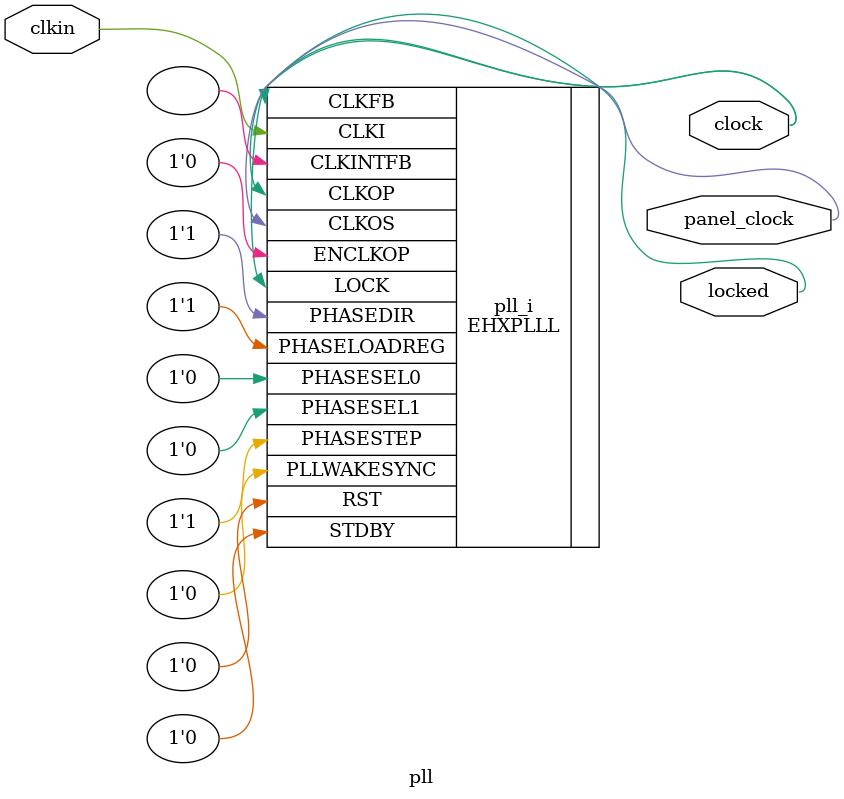
<source format=v>
module pll
(
    input clkin, // 25 MHz, 0 deg
    output clock, // 125 MHz, 0 deg
    output panel_clock, // 23.1481 MHz, 0 deg
    output locked
);
(* FREQUENCY_PIN_CLKI="25" *)
(* FREQUENCY_PIN_CLKOP="125" *)
(* FREQUENCY_PIN_CLKOS="23.1481" *)
(* ICP_CURRENT="12" *) (* LPF_RESISTOR="8" *) (* MFG_ENABLE_FILTEROPAMP="1" *) (* MFG_GMCREF_SEL="2" *)
EHXPLLL #(
        .PLLRST_ENA("DISABLED"),
        .INTFB_WAKE("DISABLED"),
        .STDBY_ENABLE("DISABLED"),
        .DPHASE_SOURCE("DISABLED"),
        .OUTDIVIDER_MUXA("DIVA"),
        .OUTDIVIDER_MUXB("DIVB"),
        .OUTDIVIDER_MUXC("DIVC"),
        .OUTDIVIDER_MUXD("DIVD"),
        .CLKI_DIV(1),
        .CLKOP_ENABLE("ENABLED"),
        .CLKOP_DIV(5),
        .CLKOP_CPHASE(2),
        .CLKOP_FPHASE(0),
        .CLKOS_ENABLE("ENABLED"),
        .CLKOS_DIV(27),
        .CLKOS_CPHASE(2),
        .CLKOS_FPHASE(0),
        .FEEDBK_PATH("CLKOP"),
        .CLKFB_DIV(5)
    ) pll_i (
        .RST(1'b0),
        .STDBY(1'b0),
        .CLKI(clkin),
        .CLKOP(clock),
        .CLKOS(panel_clock),
        .CLKFB(clock),
        .CLKINTFB(),
        .PHASESEL0(1'b0),
        .PHASESEL1(1'b0),
        .PHASEDIR(1'b1),
        .PHASESTEP(1'b1),
        .PHASELOADREG(1'b1),
        .PLLWAKESYNC(1'b0),
        .ENCLKOP(1'b0),
        .LOCK(locked)
	);
endmodule

</source>
